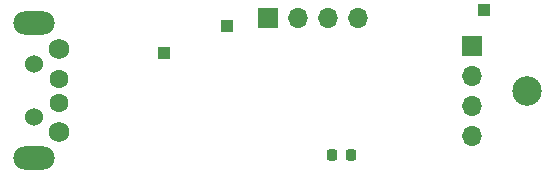
<source format=gbr>
G04 #@! TF.GenerationSoftware,KiCad,Pcbnew,6.0.4+dfsg-1*
G04 #@! TF.CreationDate,2022-03-26T10:07:46-04:00*
G04 #@! TF.ProjectId,PortaNet,506f7274-614e-4657-942e-6b696361645f,rev?*
G04 #@! TF.SameCoordinates,Original*
G04 #@! TF.FileFunction,Soldermask,Bot*
G04 #@! TF.FilePolarity,Negative*
%FSLAX46Y46*%
G04 Gerber Fmt 4.6, Leading zero omitted, Abs format (unit mm)*
G04 Created by KiCad (PCBNEW 6.0.4+dfsg-1) date 2022-03-26 10:07:46*
%MOMM*%
%LPD*%
G01*
G04 APERTURE LIST*
G04 Aperture macros list*
%AMRoundRect*
0 Rectangle with rounded corners*
0 $1 Rounding radius*
0 $2 $3 $4 $5 $6 $7 $8 $9 X,Y pos of 4 corners*
0 Add a 4 corners polygon primitive as box body*
4,1,4,$2,$3,$4,$5,$6,$7,$8,$9,$2,$3,0*
0 Add four circle primitives for the rounded corners*
1,1,$1+$1,$2,$3*
1,1,$1+$1,$4,$5*
1,1,$1+$1,$6,$7*
1,1,$1+$1,$8,$9*
0 Add four rect primitives between the rounded corners*
20,1,$1+$1,$2,$3,$4,$5,0*
20,1,$1+$1,$4,$5,$6,$7,0*
20,1,$1+$1,$6,$7,$8,$9,0*
20,1,$1+$1,$8,$9,$2,$3,0*%
G04 Aperture macros list end*
%ADD10C,2.500000*%
%ADD11C,1.524000*%
%ADD12C,1.750000*%
%ADD13C,1.600000*%
%ADD14O,3.500000X2.000000*%
%ADD15R,1.700000X1.700000*%
%ADD16O,1.700000X1.700000*%
%ADD17R,1.000000X1.000000*%
%ADD18RoundRect,0.225000X0.225000X0.250000X-0.225000X0.250000X-0.225000X-0.250000X0.225000X-0.250000X0*%
G04 APERTURE END LIST*
D10*
X166243000Y-71120000D03*
D11*
X124460000Y-68870000D03*
X124460000Y-73370000D03*
D12*
X126560000Y-74620000D03*
D13*
X126560000Y-72120000D03*
X126560000Y-70120000D03*
D12*
X126560000Y-67620000D03*
D14*
X124460000Y-76820000D03*
X124460000Y-65420000D03*
D15*
X144287000Y-64999000D03*
D16*
X146827000Y-64999000D03*
X149367000Y-64999000D03*
X151907000Y-64999000D03*
D15*
X161544000Y-67310000D03*
D16*
X161544000Y-69850000D03*
X161544000Y-72390000D03*
X161544000Y-74930000D03*
D17*
X135509000Y-67945000D03*
D18*
X151270000Y-76581000D03*
X149720000Y-76581000D03*
D17*
X162560000Y-64262000D03*
X140843000Y-65659000D03*
M02*

</source>
